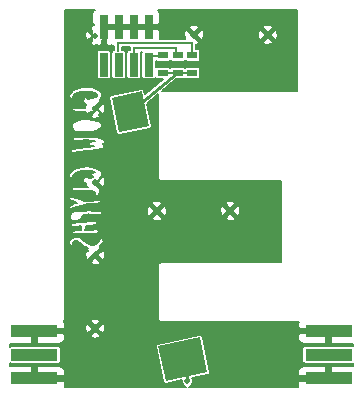
<source format=gbl>
G04 #@! TF.FileFunction,Copper,L2,Bot,Signal*
%FSLAX46Y46*%
G04 Gerber Fmt 4.6, Leading zero omitted, Abs format (unit mm)*
G04 Created by KiCad (PCBNEW 4.0.0-rc2-stable) date 3/3/2016 3:43:48 PM*
%MOMM*%
G01*
G04 APERTURE LIST*
%ADD10C,0.150000*%
%ADD11C,0.500000*%
%ADD12R,4.000000X1.000000*%
%ADD13C,0.600000*%
%ADD14R,0.760000X2.000000*%
%ADD15R,0.740000X2.000000*%
%ADD16R,0.900000X0.600000*%
%ADD17R,0.900000X0.200000*%
%ADD18R,3.800000X0.200000*%
%ADD19R,6.500000X0.200000*%
%ADD20R,0.200000X0.400000*%
%ADD21R,0.200000X0.800000*%
%ADD22R,2.000000X0.200000*%
%ADD23C,0.254000*%
%ADD24C,0.152400*%
G04 APERTURE END LIST*
D10*
D11*
X68784830Y-21097104D03*
X62543273Y-21097104D03*
X54169264Y-21165826D03*
X54169264Y-27365937D03*
X54169264Y-33566050D03*
X54169264Y-39766164D03*
X54169264Y-45966270D03*
X59386046Y-36010907D03*
X65602840Y-36010907D03*
D12*
X73919334Y-50192207D03*
X73919334Y-48192207D03*
X73919334Y-46192207D03*
D13*
X72919334Y-50192207D03*
X72919334Y-48192207D03*
X72919334Y-46192207D03*
D12*
X49020840Y-46192207D03*
X49020840Y-48192207D03*
X49020840Y-50192207D03*
D13*
X50020840Y-46192207D03*
X50020840Y-48192207D03*
X50020840Y-50192207D03*
D10*
G36*
X58090415Y-25889190D02*
X58714150Y-28823633D01*
X56170967Y-29364204D01*
X55547232Y-26429761D01*
X58090415Y-25889190D01*
X58090415Y-25889190D01*
G37*
G36*
X63028799Y-46717594D02*
X63652534Y-49652036D01*
X60131203Y-50400518D01*
X59507468Y-47466076D01*
X63028799Y-46717594D01*
X63028799Y-46717594D01*
G37*
D11*
X61975033Y-50417536D03*
D14*
X58693628Y-20430437D03*
X57423628Y-20430437D03*
X56153628Y-20430437D03*
X54883628Y-20430437D03*
X58693628Y-23630437D03*
X57423628Y-23630437D03*
X56153628Y-23630437D03*
D15*
X54883628Y-23630437D03*
D16*
X59888628Y-24330437D03*
X59888628Y-22830437D03*
X61138628Y-22830437D03*
X61138628Y-24330437D03*
X62388628Y-24330437D03*
X62388628Y-22830437D03*
D17*
X59238628Y-22880437D03*
D18*
X59238628Y-22230437D03*
D19*
X59238628Y-21780437D03*
D20*
X61038628Y-22430437D03*
X57438628Y-22430437D03*
D21*
X56088628Y-22230437D03*
X62388628Y-22230437D03*
D22*
X61088628Y-24330437D03*
D23*
X61580000Y-48560000D02*
X61980000Y-50420000D01*
X61580000Y-48560000D02*
X61980000Y-50420000D01*
X61580000Y-48560000D02*
X61980000Y-50420000D01*
X61580000Y-48560000D02*
X61980000Y-50420000D01*
X61580000Y-48560000D02*
X61980000Y-50420000D01*
X61580000Y-48560000D02*
X61980000Y-50420000D01*
X61580000Y-48560000D02*
X61980000Y-50420000D01*
X61580000Y-48560000D02*
X61980000Y-50420000D01*
X61580000Y-48560000D02*
X61980000Y-50420000D01*
X57130000Y-27630000D02*
X61090000Y-24330000D01*
X57130000Y-27630000D02*
X61090000Y-24330000D01*
X57130000Y-27630000D02*
X61090000Y-24330000D01*
X57130000Y-27630000D02*
X61090000Y-24330000D01*
X57130000Y-27630000D02*
X61090000Y-24330000D01*
X57130000Y-27630000D02*
X61090000Y-24330000D01*
X57130000Y-27630000D02*
X61090000Y-24330000D01*
X57130000Y-27630000D02*
X61090000Y-24330000D01*
X57130000Y-27630000D02*
X61090000Y-24330000D01*
D24*
G36*
X54008367Y-19099515D02*
X53919428Y-19314233D01*
X53919428Y-20106587D01*
X54065476Y-20252635D01*
X53919428Y-20252635D01*
X53919428Y-20353861D01*
X53914193Y-20354430D01*
X53775883Y-20411720D01*
X53767405Y-20587190D01*
X53926965Y-20746750D01*
X53919428Y-20754287D01*
X53919428Y-21092767D01*
X53590628Y-20763967D01*
X53415158Y-20772445D01*
X53322020Y-21090973D01*
X53357868Y-21420897D01*
X53415158Y-21559207D01*
X53590628Y-21567685D01*
X53919428Y-21238885D01*
X53919428Y-21546641D01*
X53932842Y-21579025D01*
X53767405Y-21744462D01*
X53775883Y-21919932D01*
X54094411Y-22013070D01*
X54323536Y-21988174D01*
X54387423Y-22014637D01*
X54559778Y-22014637D01*
X54705828Y-21868587D01*
X54705828Y-21525613D01*
X54747900Y-21567685D01*
X54923370Y-21559207D01*
X55016508Y-21240679D01*
X54980660Y-20910755D01*
X54923370Y-20772445D01*
X54747900Y-20763967D01*
X54705828Y-20806039D01*
X54705828Y-20608237D01*
X54685828Y-20608237D01*
X54685828Y-20518468D01*
X62141414Y-20518468D01*
X62543273Y-20920327D01*
X62945132Y-20518468D01*
X68382971Y-20518468D01*
X68784830Y-20920327D01*
X69186689Y-20518468D01*
X69178211Y-20342998D01*
X68859683Y-20249860D01*
X68529759Y-20285708D01*
X68391449Y-20342998D01*
X68382971Y-20518468D01*
X62945132Y-20518468D01*
X62936654Y-20342998D01*
X62618126Y-20249860D01*
X62288202Y-20285708D01*
X62149892Y-20342998D01*
X62141414Y-20518468D01*
X54685828Y-20518468D01*
X54685828Y-20252637D01*
X54705828Y-20252637D01*
X54705828Y-20232637D01*
X55061428Y-20232637D01*
X55061428Y-20252637D01*
X55975828Y-20252637D01*
X55975828Y-20232637D01*
X56331428Y-20232637D01*
X56331428Y-20252637D01*
X57245828Y-20252637D01*
X57245828Y-20232637D01*
X57601428Y-20232637D01*
X57601428Y-20252637D01*
X58515828Y-20252637D01*
X58515828Y-20232637D01*
X58871428Y-20232637D01*
X58871428Y-20252637D01*
X59511778Y-20252637D01*
X59657828Y-20106587D01*
X59657828Y-19314233D01*
X59568889Y-19099515D01*
X59467975Y-18998600D01*
X71251400Y-18998600D01*
X71251400Y-25861400D01*
X59807785Y-25861400D01*
X61005247Y-24863515D01*
X61588628Y-24863515D01*
X61673342Y-24847575D01*
X61751146Y-24797509D01*
X61763166Y-24779917D01*
X61771556Y-24792955D01*
X61847948Y-24845152D01*
X61938628Y-24863515D01*
X62838628Y-24863515D01*
X62923342Y-24847575D01*
X63001146Y-24797509D01*
X63053343Y-24721117D01*
X63071706Y-24630437D01*
X63071706Y-24030437D01*
X63055766Y-23945723D01*
X63005700Y-23867919D01*
X62929308Y-23815722D01*
X62838628Y-23797359D01*
X61938628Y-23797359D01*
X61853914Y-23813299D01*
X61776110Y-23863365D01*
X61764090Y-23880957D01*
X61755700Y-23867919D01*
X61679308Y-23815722D01*
X61588628Y-23797359D01*
X60688628Y-23797359D01*
X60603914Y-23813299D01*
X60526110Y-23863365D01*
X60514090Y-23880957D01*
X60505700Y-23867919D01*
X60429308Y-23815722D01*
X60338628Y-23797359D01*
X59438628Y-23797359D01*
X59353914Y-23813299D01*
X59306706Y-23843677D01*
X59306706Y-23316972D01*
X59347948Y-23345152D01*
X59438628Y-23363515D01*
X60338628Y-23363515D01*
X60423342Y-23347575D01*
X60501146Y-23297509D01*
X60513166Y-23279917D01*
X60521556Y-23292955D01*
X60597948Y-23345152D01*
X60688628Y-23363515D01*
X61588628Y-23363515D01*
X61673342Y-23347575D01*
X61751146Y-23297509D01*
X61763166Y-23279917D01*
X61771556Y-23292955D01*
X61847948Y-23345152D01*
X61938628Y-23363515D01*
X62838628Y-23363515D01*
X62923342Y-23347575D01*
X63001146Y-23297509D01*
X63053343Y-23221117D01*
X63071706Y-23130437D01*
X63071706Y-22530437D01*
X63055766Y-22445723D01*
X63005700Y-22367919D01*
X62929308Y-22315722D01*
X62838628Y-22297359D01*
X62721706Y-22297359D01*
X62721706Y-21916827D01*
X62798344Y-21908500D01*
X62936654Y-21851210D01*
X62945132Y-21675740D01*
X68382971Y-21675740D01*
X68391449Y-21851210D01*
X68709977Y-21944348D01*
X69039901Y-21908500D01*
X69178211Y-21851210D01*
X69186689Y-21675740D01*
X68784830Y-21273881D01*
X68382971Y-21675740D01*
X62945132Y-21675740D01*
X62543273Y-21273881D01*
X62491796Y-21325359D01*
X62315019Y-21148582D01*
X62366496Y-21097104D01*
X62720050Y-21097104D01*
X63121909Y-21498963D01*
X63297379Y-21490485D01*
X63390517Y-21171957D01*
X63374251Y-21022251D01*
X67937586Y-21022251D01*
X67973434Y-21352175D01*
X68030724Y-21490485D01*
X68206194Y-21498963D01*
X68608053Y-21097104D01*
X68961607Y-21097104D01*
X69363466Y-21498963D01*
X69538936Y-21490485D01*
X69632074Y-21171957D01*
X69596226Y-20842033D01*
X69538936Y-20703723D01*
X69363466Y-20695245D01*
X68961607Y-21097104D01*
X68608053Y-21097104D01*
X68206194Y-20695245D01*
X68030724Y-20703723D01*
X67937586Y-21022251D01*
X63374251Y-21022251D01*
X63354669Y-20842033D01*
X63297379Y-20703723D01*
X63121909Y-20695245D01*
X62720050Y-21097104D01*
X62366496Y-21097104D01*
X61964637Y-20695245D01*
X61789167Y-20703723D01*
X61696029Y-21022251D01*
X61731877Y-21352175D01*
X61771304Y-21447359D01*
X59657828Y-21447359D01*
X59657828Y-20754287D01*
X59511778Y-20608237D01*
X58871428Y-20608237D01*
X58871428Y-20628237D01*
X58515828Y-20628237D01*
X58515828Y-20608237D01*
X57601428Y-20608237D01*
X57601428Y-20628237D01*
X57245828Y-20628237D01*
X57245828Y-20608237D01*
X56331428Y-20608237D01*
X56331428Y-20628237D01*
X55975828Y-20628237D01*
X55975828Y-20608237D01*
X55061428Y-20608237D01*
X55061428Y-21868587D01*
X55207478Y-22014637D01*
X55379833Y-22014637D01*
X55518628Y-21957146D01*
X55657423Y-22014637D01*
X55755550Y-22014637D01*
X55755550Y-22400761D01*
X55688914Y-22413299D01*
X55611110Y-22463365D01*
X55558913Y-22539757D01*
X55540550Y-22630437D01*
X55540550Y-24630437D01*
X55556490Y-24715151D01*
X55606556Y-24792955D01*
X55682948Y-24845152D01*
X55773628Y-24863515D01*
X56533628Y-24863515D01*
X56618342Y-24847575D01*
X56696146Y-24797509D01*
X56748343Y-24721117D01*
X56766706Y-24630437D01*
X56766706Y-22630437D01*
X56750766Y-22545723D01*
X56700700Y-22467919D01*
X56624308Y-22415722D01*
X56533628Y-22397359D01*
X56421706Y-22397359D01*
X56421706Y-22113515D01*
X57108977Y-22113515D01*
X57105550Y-22130437D01*
X57105550Y-22397359D01*
X57043628Y-22397359D01*
X56958914Y-22413299D01*
X56881110Y-22463365D01*
X56828913Y-22539757D01*
X56810550Y-22630437D01*
X56810550Y-24630437D01*
X56826490Y-24715151D01*
X56876556Y-24792955D01*
X56952948Y-24845152D01*
X57043628Y-24863515D01*
X57803628Y-24863515D01*
X57888342Y-24847575D01*
X57966146Y-24797509D01*
X58018343Y-24721117D01*
X58036706Y-24630437D01*
X58036706Y-22630437D01*
X58024114Y-22563515D01*
X58094102Y-22563515D01*
X58080550Y-22630437D01*
X58080550Y-24630437D01*
X58096490Y-24715151D01*
X58146556Y-24792955D01*
X58222948Y-24845152D01*
X58313628Y-24863515D01*
X59073628Y-24863515D01*
X59158342Y-24847575D01*
X59236146Y-24797509D01*
X59255891Y-24768611D01*
X59271556Y-24792955D01*
X59347948Y-24845152D01*
X59438628Y-24863515D01*
X59894317Y-24863515D01*
X58379081Y-26126212D01*
X58318400Y-25840730D01*
X58285195Y-25761182D01*
X58220047Y-25695487D01*
X58134472Y-25660314D01*
X58041955Y-25661205D01*
X55498772Y-26201776D01*
X55419224Y-26234981D01*
X55353529Y-26300129D01*
X55318356Y-26385704D01*
X55319247Y-26478221D01*
X55942982Y-29412664D01*
X55976187Y-29492212D01*
X56041335Y-29557907D01*
X56126910Y-29593080D01*
X56219427Y-29592189D01*
X58762610Y-29051618D01*
X58842158Y-29018413D01*
X58907853Y-28953265D01*
X58943026Y-28867690D01*
X58942135Y-28775173D01*
X58546250Y-26912679D01*
X59494964Y-26122084D01*
X59491400Y-26140000D01*
X59491400Y-33220000D01*
X59512607Y-33326616D01*
X59573000Y-33417000D01*
X59663384Y-33477393D01*
X59770000Y-33498600D01*
X69911400Y-33498600D01*
X69911400Y-40361400D01*
X59770000Y-40361400D01*
X59663384Y-40382607D01*
X59573000Y-40443000D01*
X59512607Y-40533384D01*
X59491400Y-40640000D01*
X59491400Y-45150000D01*
X59512607Y-45256616D01*
X59573000Y-45347000D01*
X59663384Y-45407393D01*
X59770000Y-45428600D01*
X71396190Y-45428600D01*
X71335134Y-45576002D01*
X71335134Y-45868357D01*
X71481184Y-46014407D01*
X72051414Y-46014407D01*
X72019922Y-46130540D01*
X72050716Y-46370007D01*
X71481184Y-46370007D01*
X71335134Y-46516057D01*
X71335134Y-46808412D01*
X71424073Y-47023130D01*
X71588412Y-47187468D01*
X71803130Y-47276407D01*
X73595484Y-47276407D01*
X73741534Y-47130357D01*
X73741534Y-46538605D01*
X73818746Y-46253874D01*
X73785380Y-45994407D01*
X74097134Y-45994407D01*
X74097134Y-46014407D01*
X74117134Y-46014407D01*
X74117134Y-46370007D01*
X74097134Y-46370007D01*
X74097134Y-47130357D01*
X74243184Y-47276407D01*
X75951400Y-47276407D01*
X75951400Y-47465622D01*
X75919334Y-47459129D01*
X71919334Y-47459129D01*
X71834620Y-47475069D01*
X71756816Y-47525135D01*
X71704619Y-47601527D01*
X71686256Y-47692207D01*
X71686256Y-48692207D01*
X71702196Y-48776921D01*
X71752262Y-48854725D01*
X71828654Y-48906922D01*
X71919334Y-48925285D01*
X75919334Y-48925285D01*
X75951400Y-48919251D01*
X75951400Y-49108007D01*
X74243184Y-49108007D01*
X74097134Y-49254057D01*
X74097134Y-50014407D01*
X74117134Y-50014407D01*
X74117134Y-50370007D01*
X74097134Y-50370007D01*
X74097134Y-50390007D01*
X73781830Y-50390007D01*
X73818746Y-50253874D01*
X73773881Y-49904990D01*
X73741534Y-49826897D01*
X73741534Y-49254057D01*
X73595484Y-49108007D01*
X71803130Y-49108007D01*
X71588412Y-49196946D01*
X71424073Y-49361284D01*
X71335134Y-49576002D01*
X71335134Y-49868357D01*
X71481184Y-50014407D01*
X72051414Y-50014407D01*
X72019922Y-50130540D01*
X72050716Y-50370007D01*
X71481184Y-50370007D01*
X71335134Y-50516057D01*
X71335134Y-50808412D01*
X71361224Y-50871400D01*
X62129881Y-50871400D01*
X62245784Y-50823510D01*
X62380533Y-50688995D01*
X62453549Y-50513153D01*
X62453716Y-50322754D01*
X62386252Y-50159478D01*
X63700994Y-49880021D01*
X63780542Y-49846816D01*
X63846237Y-49781668D01*
X63881410Y-49696093D01*
X63880519Y-49603576D01*
X63256784Y-46669134D01*
X63223579Y-46589586D01*
X63158431Y-46523891D01*
X63072856Y-46488718D01*
X62980339Y-46489609D01*
X59459008Y-47238091D01*
X59379460Y-47271296D01*
X59313765Y-47336444D01*
X59278592Y-47422019D01*
X59279483Y-47514536D01*
X59903218Y-50448978D01*
X59936423Y-50528526D01*
X60001571Y-50594221D01*
X60087146Y-50629394D01*
X60179663Y-50628503D01*
X61496494Y-50348602D01*
X61496350Y-50512318D01*
X61569059Y-50688287D01*
X61703574Y-50823036D01*
X61820047Y-50871400D01*
X59770000Y-50871400D01*
X59719726Y-50881400D01*
X51574807Y-50881400D01*
X51605040Y-50808412D01*
X51605040Y-50516057D01*
X51458990Y-50370007D01*
X50888760Y-50370007D01*
X50920252Y-50253874D01*
X50889458Y-50014407D01*
X51458990Y-50014407D01*
X51605040Y-49868357D01*
X51605040Y-49576002D01*
X51516101Y-49361284D01*
X51351762Y-49196946D01*
X51137044Y-49108007D01*
X49344690Y-49108007D01*
X49198640Y-49254057D01*
X49198640Y-49845809D01*
X49121428Y-50130540D01*
X49154794Y-50390007D01*
X48843040Y-50390007D01*
X48843040Y-50370007D01*
X48823040Y-50370007D01*
X48823040Y-50014407D01*
X48843040Y-50014407D01*
X48843040Y-49254057D01*
X48696990Y-49108007D01*
X46908600Y-49108007D01*
X46908600Y-48892191D01*
X46930160Y-48906922D01*
X47020840Y-48925285D01*
X51020840Y-48925285D01*
X51105554Y-48909345D01*
X51183358Y-48859279D01*
X51235555Y-48782887D01*
X51253918Y-48692207D01*
X51253918Y-47692207D01*
X51237978Y-47607493D01*
X51187912Y-47529689D01*
X51111520Y-47477492D01*
X51020840Y-47459129D01*
X47020840Y-47459129D01*
X46936126Y-47475069D01*
X46908600Y-47492782D01*
X46908600Y-47276407D01*
X48696990Y-47276407D01*
X48843040Y-47130357D01*
X48843040Y-46370007D01*
X48823040Y-46370007D01*
X48823040Y-46014407D01*
X48843040Y-46014407D01*
X48843040Y-45994407D01*
X49158344Y-45994407D01*
X49121428Y-46130540D01*
X49166293Y-46479424D01*
X49198640Y-46557517D01*
X49198640Y-47130357D01*
X49344690Y-47276407D01*
X51137044Y-47276407D01*
X51351762Y-47187468D01*
X51516101Y-47023130D01*
X51605040Y-46808412D01*
X51605040Y-46544906D01*
X53767405Y-46544906D01*
X53775883Y-46720376D01*
X54094411Y-46813514D01*
X54424335Y-46777666D01*
X54562645Y-46720376D01*
X54571123Y-46544906D01*
X54169264Y-46143047D01*
X53767405Y-46544906D01*
X51605040Y-46544906D01*
X51605040Y-46516057D01*
X51458990Y-46370007D01*
X50888760Y-46370007D01*
X50920252Y-46253874D01*
X50889458Y-46014407D01*
X51458990Y-46014407D01*
X51581980Y-45891417D01*
X53322020Y-45891417D01*
X53357868Y-46221341D01*
X53415158Y-46359651D01*
X53590628Y-46368129D01*
X53992487Y-45966270D01*
X54346041Y-45966270D01*
X54747900Y-46368129D01*
X54923370Y-46359651D01*
X55016508Y-46041123D01*
X54980660Y-45711199D01*
X54923370Y-45572889D01*
X54747900Y-45564411D01*
X54346041Y-45966270D01*
X53992487Y-45966270D01*
X53590628Y-45564411D01*
X53415158Y-45572889D01*
X53322020Y-45891417D01*
X51581980Y-45891417D01*
X51605040Y-45868357D01*
X51605040Y-45576002D01*
X51527016Y-45387634D01*
X53767405Y-45387634D01*
X54169264Y-45789493D01*
X54571123Y-45387634D01*
X54562645Y-45212164D01*
X54244117Y-45119026D01*
X53914193Y-45154874D01*
X53775883Y-45212164D01*
X53767405Y-45387634D01*
X51527016Y-45387634D01*
X51516101Y-45361284D01*
X51511904Y-45357087D01*
X51527000Y-45347000D01*
X51587393Y-45256616D01*
X51608600Y-45150000D01*
X51608600Y-40344800D01*
X53767405Y-40344800D01*
X53775883Y-40520270D01*
X54094411Y-40613408D01*
X54424335Y-40577560D01*
X54562645Y-40520270D01*
X54571123Y-40344800D01*
X54169264Y-39942941D01*
X53767405Y-40344800D01*
X51608600Y-40344800D01*
X51608600Y-38730000D01*
X51913800Y-38730000D01*
X51913800Y-38760000D01*
X51919250Y-38788300D01*
X51939250Y-38838300D01*
X51949994Y-38856965D01*
X51972994Y-38876611D01*
X52062994Y-38926611D01*
X52100000Y-38936200D01*
X52170000Y-38936200D01*
X52197695Y-38930989D01*
X52223132Y-38914621D01*
X52240197Y-38889646D01*
X52246200Y-38860000D01*
X52246200Y-38714780D01*
X52303610Y-38635840D01*
X52457300Y-38533381D01*
X52508913Y-38526929D01*
X52610856Y-38542613D01*
X52991452Y-38809030D01*
X53247185Y-39054927D01*
X53270865Y-39070410D01*
X53549134Y-39185556D01*
X53443170Y-39291520D01*
X53519397Y-39367747D01*
X53415158Y-39372783D01*
X53322020Y-39691311D01*
X53357868Y-40021235D01*
X53415158Y-40159545D01*
X53590628Y-40168023D01*
X53992487Y-39766164D01*
X54346041Y-39766164D01*
X54747900Y-40168023D01*
X54923370Y-40159545D01*
X55016508Y-39841017D01*
X54980660Y-39511093D01*
X54923370Y-39372783D01*
X54747900Y-39364305D01*
X54346041Y-39766164D01*
X53992487Y-39766164D01*
X53941010Y-39714687D01*
X54117787Y-39537910D01*
X54169264Y-39589387D01*
X54571123Y-39187528D01*
X54562789Y-39015043D01*
X54578765Y-39005603D01*
X54596787Y-38990810D01*
X54766787Y-38800810D01*
X54774896Y-38789936D01*
X54854896Y-38659936D01*
X54866200Y-38620000D01*
X54866200Y-38480000D01*
X54864720Y-38465056D01*
X54854720Y-38415056D01*
X54848620Y-38396867D01*
X54830323Y-38372781D01*
X54804097Y-38357710D01*
X54744097Y-38337710D01*
X54720000Y-38333800D01*
X54650000Y-38333800D01*
X54608038Y-38346395D01*
X54586598Y-38367732D01*
X54432644Y-38598663D01*
X54201175Y-38793097D01*
X54036409Y-38853800D01*
X53824221Y-38853800D01*
X53665524Y-38836167D01*
X53186037Y-38538885D01*
X52871170Y-38253537D01*
X52833242Y-38234959D01*
X52663242Y-38204959D01*
X52650000Y-38203800D01*
X52440000Y-38203800D01*
X52418104Y-38207014D01*
X52218104Y-38267014D01*
X52186118Y-38286118D01*
X51956118Y-38516118D01*
X51944023Y-38531876D01*
X51934388Y-38560549D01*
X51914388Y-38720549D01*
X51913800Y-38730000D01*
X51608600Y-38730000D01*
X51608600Y-37190000D01*
X52093800Y-37190000D01*
X52093800Y-37220000D01*
X52104662Y-37259209D01*
X52125064Y-37281540D01*
X52152547Y-37294174D01*
X52322547Y-37334174D01*
X52340000Y-37336200D01*
X52720000Y-37336200D01*
X52728903Y-37335678D01*
X52983800Y-37305690D01*
X52983800Y-37467633D01*
X52944826Y-37584556D01*
X52931995Y-37594820D01*
X52697071Y-37603856D01*
X52690144Y-37604440D01*
X52230144Y-37664440D01*
X52212305Y-37669011D01*
X52186868Y-37685379D01*
X52169803Y-37710354D01*
X52163800Y-37740000D01*
X52163800Y-37880000D01*
X52169732Y-37909476D01*
X52186736Y-37934492D01*
X52212132Y-37950921D01*
X52241920Y-37956176D01*
X53431436Y-37926188D01*
X54200528Y-37916200D01*
X54300000Y-37916200D01*
X54312527Y-37915163D01*
X54372527Y-37905163D01*
X54403430Y-37892612D01*
X54424368Y-37870783D01*
X54435163Y-37842527D01*
X54445163Y-37782527D01*
X54446200Y-37770000D01*
X54446200Y-37700000D01*
X54444720Y-37685056D01*
X54434720Y-37635056D01*
X54422612Y-37606570D01*
X54400783Y-37585632D01*
X54372527Y-37574837D01*
X54312527Y-37564837D01*
X54297461Y-37563842D01*
X53697875Y-37583828D01*
X53326556Y-37591900D01*
X53345612Y-37439451D01*
X53346200Y-37430000D01*
X53346200Y-37292959D01*
X53733310Y-37276128D01*
X53740565Y-37275464D01*
X54240565Y-37205464D01*
X54266295Y-37197001D01*
X54289502Y-37177602D01*
X54329502Y-37127602D01*
X54340197Y-37109646D01*
X54346200Y-37080000D01*
X54346200Y-37010000D01*
X54340750Y-36981700D01*
X54320750Y-36931700D01*
X54310789Y-36914053D01*
X54288124Y-36894023D01*
X54259451Y-36884388D01*
X54179451Y-36874388D01*
X54165041Y-36873962D01*
X52785041Y-36963962D01*
X52779761Y-36964491D01*
X52189761Y-37044491D01*
X52172680Y-37048866D01*
X52147157Y-37065099D01*
X52129961Y-37089983D01*
X52099961Y-37159983D01*
X52093800Y-37190000D01*
X51608600Y-37190000D01*
X51608600Y-36491585D01*
X51984266Y-36491585D01*
X51984837Y-36512527D01*
X51994837Y-36572527D01*
X52003104Y-36596489D01*
X52063104Y-36706489D01*
X52091821Y-36735945D01*
X52281821Y-36845945D01*
X52310144Y-36855560D01*
X52540144Y-36885560D01*
X52560776Y-36885434D01*
X52700776Y-36865434D01*
X52716041Y-36861612D01*
X52741850Y-36845839D01*
X53017861Y-36589543D01*
X58984187Y-36589543D01*
X58992665Y-36765013D01*
X59311193Y-36858151D01*
X59641117Y-36822303D01*
X59779427Y-36765013D01*
X59787905Y-36589543D01*
X65200981Y-36589543D01*
X65209459Y-36765013D01*
X65527987Y-36858151D01*
X65857911Y-36822303D01*
X65996221Y-36765013D01*
X66004699Y-36589543D01*
X65602840Y-36187684D01*
X65200981Y-36589543D01*
X59787905Y-36589543D01*
X59386046Y-36187684D01*
X58984187Y-36589543D01*
X53017861Y-36589543D01*
X53021850Y-36585839D01*
X53037002Y-36566293D01*
X53147187Y-36362875D01*
X53505699Y-36335987D01*
X53534078Y-36328155D01*
X53589402Y-36300493D01*
X53732547Y-36334174D01*
X53750000Y-36336200D01*
X54580000Y-36336200D01*
X54592527Y-36335163D01*
X54652527Y-36325163D01*
X54683430Y-36312612D01*
X54704368Y-36290783D01*
X54715163Y-36262527D01*
X54725163Y-36202527D01*
X54726200Y-36190000D01*
X54726200Y-36090000D01*
X54722453Y-36066400D01*
X54707563Y-36040071D01*
X54683602Y-36021609D01*
X54654347Y-36013924D01*
X53956385Y-35974040D01*
X53688415Y-35944266D01*
X53649983Y-35949961D01*
X53626327Y-35960099D01*
X53624556Y-35958184D01*
X53596996Y-35945720D01*
X53566758Y-35944959D01*
X53403326Y-35973800D01*
X52840000Y-35973800D01*
X52825056Y-35975280D01*
X52775056Y-35985280D01*
X52736868Y-36005379D01*
X52730088Y-36015302D01*
X52716558Y-35999677D01*
X52689421Y-35986316D01*
X52659224Y-35984566D01*
X52379224Y-36024566D01*
X52348924Y-36035819D01*
X52098924Y-36195819D01*
X52070949Y-36227776D01*
X52000949Y-36377776D01*
X51994266Y-36401585D01*
X51989412Y-36445268D01*
X51984266Y-36491585D01*
X51608600Y-36491585D01*
X51608600Y-35936054D01*
X58538802Y-35936054D01*
X58574650Y-36265978D01*
X58631940Y-36404288D01*
X58807410Y-36412766D01*
X59209269Y-36010907D01*
X59562823Y-36010907D01*
X59964682Y-36412766D01*
X60140152Y-36404288D01*
X60233290Y-36085760D01*
X60217024Y-35936054D01*
X64755596Y-35936054D01*
X64791444Y-36265978D01*
X64848734Y-36404288D01*
X65024204Y-36412766D01*
X65426063Y-36010907D01*
X65779617Y-36010907D01*
X66181476Y-36412766D01*
X66356946Y-36404288D01*
X66450084Y-36085760D01*
X66414236Y-35755836D01*
X66356946Y-35617526D01*
X66181476Y-35609048D01*
X65779617Y-36010907D01*
X65426063Y-36010907D01*
X65024204Y-35609048D01*
X64848734Y-35617526D01*
X64755596Y-35936054D01*
X60217024Y-35936054D01*
X60197442Y-35755836D01*
X60140152Y-35617526D01*
X59964682Y-35609048D01*
X59562823Y-36010907D01*
X59209269Y-36010907D01*
X58807410Y-35609048D01*
X58631940Y-35617526D01*
X58538802Y-35936054D01*
X51608600Y-35936054D01*
X51608600Y-35678545D01*
X51913814Y-35678545D01*
X51919250Y-35708300D01*
X51939250Y-35758300D01*
X51946395Y-35771962D01*
X51967732Y-35793402D01*
X52057732Y-35853402D01*
X52099398Y-35866198D01*
X52129090Y-35860429D01*
X52585694Y-35671832D01*
X53262955Y-35465709D01*
X53482684Y-35456155D01*
X54202116Y-35436171D01*
X54211884Y-35435268D01*
X54230865Y-35432271D01*
X58984187Y-35432271D01*
X59386046Y-35834130D01*
X59787905Y-35432271D01*
X65200981Y-35432271D01*
X65602840Y-35834130D01*
X66004699Y-35432271D01*
X65996221Y-35256801D01*
X65677693Y-35163663D01*
X65347769Y-35199511D01*
X65209459Y-35256801D01*
X65200981Y-35432271D01*
X59787905Y-35432271D01*
X59779427Y-35256801D01*
X59460899Y-35163663D01*
X59130975Y-35199511D01*
X58992665Y-35256801D01*
X58984187Y-35432271D01*
X54230865Y-35432271D01*
X54591884Y-35375268D01*
X54607695Y-35370989D01*
X54633132Y-35354621D01*
X54650197Y-35329646D01*
X54656200Y-35300000D01*
X54656200Y-35200000D01*
X54646160Y-35162194D01*
X54606160Y-35092194D01*
X54589366Y-35071953D01*
X54562893Y-35057320D01*
X54532813Y-35054140D01*
X53584603Y-35143970D01*
X53200047Y-35162283D01*
X53173882Y-35136118D01*
X53143274Y-35117441D01*
X52613274Y-34947441D01*
X52609540Y-34946348D01*
X52119540Y-34816348D01*
X52100000Y-34813800D01*
X52030000Y-34813800D01*
X52002305Y-34819011D01*
X51976868Y-34835379D01*
X51959803Y-34860354D01*
X51953800Y-34890000D01*
X51953800Y-34960000D01*
X51964659Y-34999205D01*
X51994659Y-35049205D01*
X52006404Y-35064166D01*
X52031700Y-35080750D01*
X52431700Y-35240750D01*
X52439606Y-35243420D01*
X52623734Y-35294567D01*
X52432382Y-35368981D01*
X52428593Y-35370574D01*
X52008593Y-35560574D01*
X51986118Y-35576118D01*
X51936118Y-35626118D01*
X51920383Y-35649019D01*
X51913814Y-35678545D01*
X51608600Y-35678545D01*
X51608600Y-33075247D01*
X51953948Y-33075247D01*
X51959250Y-33108300D01*
X51979250Y-33158300D01*
X51987656Y-33173814D01*
X52009614Y-33194617D01*
X52089614Y-33244617D01*
X52116259Y-33254951D01*
X52146502Y-33254392D01*
X52174144Y-33242111D01*
X52194831Y-33220043D01*
X52396574Y-32893412D01*
X52574229Y-32769053D01*
X53053130Y-32615805D01*
X53341279Y-32606200D01*
X53475889Y-32606200D01*
X53835616Y-32645089D01*
X54141237Y-32729984D01*
X53914193Y-32754654D01*
X53775883Y-32811944D01*
X53767405Y-32987414D01*
X53948339Y-33168348D01*
X53845731Y-33204261D01*
X53638113Y-33211676D01*
X53590628Y-33164191D01*
X53496503Y-33168739D01*
X53423882Y-33096118D01*
X53399646Y-33079803D01*
X53370000Y-33073800D01*
X53340000Y-33073800D01*
X53311700Y-33079250D01*
X53261700Y-33099250D01*
X53246186Y-33107656D01*
X53225383Y-33129614D01*
X53175383Y-33209614D01*
X53163800Y-33250000D01*
X53163800Y-33510000D01*
X53165492Y-33525968D01*
X53177575Y-33553698D01*
X53247575Y-33653698D01*
X53259677Y-33667219D01*
X53285903Y-33682290D01*
X53344921Y-33701963D01*
X53357868Y-33821121D01*
X53415158Y-33959431D01*
X53519397Y-33964467D01*
X53493478Y-33990386D01*
X53171555Y-33983816D01*
X53170000Y-33983800D01*
X52340000Y-33983800D01*
X52315903Y-33987710D01*
X52255903Y-34007710D01*
X52238612Y-34016020D01*
X52216981Y-34037163D01*
X52205280Y-34065056D01*
X52195280Y-34115056D01*
X52193800Y-34130000D01*
X52193800Y-34170000D01*
X52199250Y-34198300D01*
X52219250Y-34248300D01*
X52227832Y-34264063D01*
X52249873Y-34284778D01*
X52278236Y-34295287D01*
X52598236Y-34345287D01*
X52610000Y-34346200D01*
X53864952Y-34346200D01*
X54094411Y-34413294D01*
X54153599Y-34406863D01*
X54124388Y-34640549D01*
X54124784Y-34662205D01*
X54135458Y-34690506D01*
X54156302Y-34712425D01*
X54256302Y-34782425D01*
X54278937Y-34793231D01*
X54309087Y-34795656D01*
X54337806Y-34786160D01*
X54407806Y-34746160D01*
X54436768Y-34716722D01*
X54546768Y-34516722D01*
X54553041Y-34501713D01*
X54555734Y-34471585D01*
X54539953Y-34329555D01*
X54562645Y-34320156D01*
X54571123Y-34144686D01*
X54169264Y-33742827D01*
X54117787Y-33794305D01*
X53941010Y-33617528D01*
X53986996Y-33571541D01*
X54021039Y-33566050D01*
X54346041Y-33566050D01*
X54747900Y-33967909D01*
X54923370Y-33959431D01*
X55016508Y-33640903D01*
X54980660Y-33310979D01*
X54923370Y-33172669D01*
X54747900Y-33164191D01*
X54346041Y-33566050D01*
X54021039Y-33566050D01*
X54212134Y-33535228D01*
X54232761Y-33528798D01*
X54442761Y-33428798D01*
X54470708Y-33406054D01*
X54690708Y-33116054D01*
X54705822Y-33077582D01*
X54725822Y-32877582D01*
X54725887Y-32863101D01*
X54715887Y-32753101D01*
X54699808Y-32712783D01*
X54549808Y-32522783D01*
X54524078Y-32501845D01*
X54244078Y-32361845D01*
X54228885Y-32356177D01*
X53798885Y-32246177D01*
X53788415Y-32244266D01*
X53518415Y-32214266D01*
X53510000Y-32213800D01*
X53480000Y-32213800D01*
X53471348Y-32214293D01*
X53121348Y-32254293D01*
X53112165Y-32255917D01*
X52572165Y-32385917D01*
X52555191Y-32392215D01*
X52185191Y-32582215D01*
X52156598Y-32607732D01*
X51976598Y-32877732D01*
X51963948Y-32915247D01*
X51953948Y-33075247D01*
X51608600Y-33075247D01*
X51608600Y-30860000D01*
X52053800Y-30860000D01*
X52053800Y-30930000D01*
X52059250Y-30958300D01*
X52079250Y-31008300D01*
X52107163Y-31043019D01*
X52135056Y-31054720D01*
X52185056Y-31064720D01*
X52206843Y-31065892D01*
X53426843Y-30955892D01*
X53430483Y-30955476D01*
X54510483Y-30805476D01*
X54517953Y-30804055D01*
X54847953Y-30724055D01*
X54883882Y-30703882D01*
X54913882Y-30673882D01*
X54923761Y-30661725D01*
X54934971Y-30633631D01*
X54954002Y-30528962D01*
X54962290Y-30504097D01*
X54966049Y-30475206D01*
X54958192Y-30445996D01*
X54939590Y-30422145D01*
X54819205Y-30318958D01*
X54910017Y-30280039D01*
X54940910Y-30255786D01*
X54953925Y-30228481D01*
X54963925Y-30188481D01*
X54966200Y-30170000D01*
X54966200Y-30100000D01*
X54964720Y-30085056D01*
X54954720Y-30035056D01*
X54942897Y-30006984D01*
X54921206Y-29985902D01*
X54781206Y-29895902D01*
X54755858Y-29885468D01*
X54285858Y-29785468D01*
X54275844Y-29784024D01*
X53755844Y-29744024D01*
X53750000Y-29743800D01*
X52610000Y-29743800D01*
X52601097Y-29744322D01*
X52261097Y-29784322D01*
X52242305Y-29789011D01*
X52216868Y-29805379D01*
X52199803Y-29830354D01*
X52193800Y-29860000D01*
X52193800Y-29960000D01*
X52196608Y-29980494D01*
X52210363Y-30007433D01*
X52233516Y-30026898D01*
X52262418Y-30035822D01*
X52350755Y-30044656D01*
X52409983Y-30070039D01*
X52444227Y-30076083D01*
X52983170Y-30046142D01*
X53341072Y-30036200D01*
X53408223Y-30036200D01*
X53833904Y-30055999D01*
X54146991Y-30091780D01*
X54122601Y-30094160D01*
X54114730Y-30095346D01*
X53674730Y-30185346D01*
X53653705Y-30192999D01*
X53630498Y-30212398D01*
X53590498Y-30262398D01*
X53579803Y-30280354D01*
X53573800Y-30310000D01*
X53573800Y-30340000D01*
X53579250Y-30368300D01*
X53599250Y-30418300D01*
X53615636Y-30443394D01*
X53640692Y-30460338D01*
X53760692Y-30510338D01*
X53790000Y-30516200D01*
X53830000Y-30516200D01*
X53864078Y-30508155D01*
X53902712Y-30488838D01*
X54095403Y-30516764D01*
X53453223Y-30574102D01*
X53450776Y-30574360D01*
X52220776Y-30724360D01*
X52190795Y-30734659D01*
X52090795Y-30794659D01*
X52076868Y-30805379D01*
X52059803Y-30830354D01*
X52053800Y-30860000D01*
X51608600Y-30860000D01*
X51608600Y-28680000D01*
X52193800Y-28680000D01*
X52193800Y-28920000D01*
X52197269Y-28942729D01*
X52247269Y-29102729D01*
X52272055Y-29139226D01*
X52482055Y-29309226D01*
X52519929Y-29325532D01*
X52669929Y-29345532D01*
X52680000Y-29346200D01*
X53240000Y-29346200D01*
X53242720Y-29346151D01*
X53522720Y-29336151D01*
X53528061Y-29335772D01*
X53998061Y-29285772D01*
X54010934Y-29283268D01*
X54360934Y-29183268D01*
X54382268Y-29173402D01*
X54622268Y-29013402D01*
X54642425Y-28993698D01*
X54712425Y-28893698D01*
X54720197Y-28879646D01*
X54726200Y-28850000D01*
X54726200Y-28750000D01*
X54725612Y-28740549D01*
X54715612Y-28660549D01*
X54698170Y-28620779D01*
X54588170Y-28490779D01*
X54567006Y-28473389D01*
X54477006Y-28423389D01*
X54442105Y-28413829D01*
X54412305Y-28419011D01*
X54396056Y-28429467D01*
X54385876Y-28391702D01*
X54365786Y-28369090D01*
X54338481Y-28356075D01*
X54018481Y-28276075D01*
X54007735Y-28274194D01*
X53517735Y-28224194D01*
X53506760Y-28223869D01*
X53036760Y-28243869D01*
X53020460Y-28246348D01*
X52530460Y-28376348D01*
X52507732Y-28386598D01*
X52297732Y-28526598D01*
X52279851Y-28543218D01*
X52209851Y-28633218D01*
X52199803Y-28650354D01*
X52193800Y-28680000D01*
X51608600Y-28680000D01*
X51608600Y-26365247D01*
X51953948Y-26365247D01*
X51959250Y-26398300D01*
X51979250Y-26448300D01*
X51987656Y-26463814D01*
X52009614Y-26484617D01*
X52089614Y-26534617D01*
X52116259Y-26544951D01*
X52146502Y-26544392D01*
X52174144Y-26532111D01*
X52194831Y-26510043D01*
X52397255Y-26182309D01*
X52574878Y-26049091D01*
X53052421Y-25905829D01*
X53341279Y-25896200D01*
X53475889Y-25896200D01*
X53835616Y-25935089D01*
X54179233Y-26030539D01*
X54284226Y-26095149D01*
X54293800Y-26111107D01*
X54293800Y-26272087D01*
X54215832Y-26364231D01*
X53846604Y-26484230D01*
X53578652Y-26493800D01*
X53539923Y-26493800D01*
X53421850Y-26384161D01*
X53399646Y-26369803D01*
X53370000Y-26363800D01*
X53340000Y-26363800D01*
X53325056Y-26365280D01*
X53275056Y-26375280D01*
X53243035Y-26389994D01*
X53223389Y-26412994D01*
X53173389Y-26502994D01*
X53163800Y-26540000D01*
X53163800Y-26790000D01*
X53175713Y-26830910D01*
X53245713Y-26940910D01*
X53259677Y-26957219D01*
X53285903Y-26972290D01*
X53345903Y-26992290D01*
X53364073Y-26995969D01*
X53394097Y-26992290D01*
X53411039Y-26986643D01*
X53326147Y-27276971D01*
X53171555Y-27273816D01*
X53170000Y-27273800D01*
X52340000Y-27273800D01*
X52315903Y-27277710D01*
X52255903Y-27297710D01*
X52238612Y-27306020D01*
X52216981Y-27327163D01*
X52205280Y-27355056D01*
X52195280Y-27405056D01*
X52193800Y-27420000D01*
X52193800Y-27450000D01*
X52199250Y-27478300D01*
X52219250Y-27528300D01*
X52227832Y-27544063D01*
X52249873Y-27564778D01*
X52278236Y-27575287D01*
X52598236Y-27625287D01*
X52607280Y-27626151D01*
X52887280Y-27636151D01*
X52890000Y-27636200D01*
X53364161Y-27636200D01*
X53415158Y-27759318D01*
X53590628Y-27767796D01*
X53722224Y-27636200D01*
X53886645Y-27636200D01*
X54060443Y-27651535D01*
X53767405Y-27944573D01*
X53775883Y-28120043D01*
X54094411Y-28213181D01*
X54424335Y-28177333D01*
X54562645Y-28120043D01*
X54571123Y-27944573D01*
X54502947Y-27876397D01*
X54546768Y-27796722D01*
X54553180Y-27781241D01*
X54555678Y-27751097D01*
X54535678Y-27581097D01*
X54530599Y-27561327D01*
X54513882Y-27536118D01*
X54343701Y-27365937D01*
X54346041Y-27365937D01*
X54747900Y-27767796D01*
X54923370Y-27759318D01*
X55016508Y-27440790D01*
X54980660Y-27110866D01*
X54923370Y-26972556D01*
X54747900Y-26964078D01*
X54346041Y-27365937D01*
X54343701Y-27365937D01*
X54323882Y-27346118D01*
X54303717Y-27331665D01*
X54274475Y-27323931D01*
X54104718Y-27313945D01*
X53951940Y-27303529D01*
X54117787Y-27137683D01*
X54169264Y-27189160D01*
X54571123Y-26787301D01*
X54562645Y-26611831D01*
X54539693Y-26605120D01*
X54690708Y-26406054D01*
X54705822Y-26367582D01*
X54725822Y-26167582D01*
X54725887Y-26153101D01*
X54715887Y-26043101D01*
X54699808Y-26002783D01*
X54549808Y-25812783D01*
X54525983Y-25792831D01*
X54245983Y-25642831D01*
X54227260Y-25635781D01*
X53797260Y-25535781D01*
X53791167Y-25534623D01*
X53521167Y-25494623D01*
X53510000Y-25493800D01*
X53480000Y-25493800D01*
X53471348Y-25494293D01*
X53121348Y-25534293D01*
X53112165Y-25535917D01*
X52572165Y-25665917D01*
X52553766Y-25672966D01*
X52183766Y-25872966D01*
X52156598Y-25897732D01*
X51976598Y-26167732D01*
X51963948Y-26205247D01*
X51953948Y-26365247D01*
X51608600Y-26365247D01*
X51608600Y-22630437D01*
X54280550Y-22630437D01*
X54280550Y-24630437D01*
X54296490Y-24715151D01*
X54346556Y-24792955D01*
X54422948Y-24845152D01*
X54513628Y-24863515D01*
X55253628Y-24863515D01*
X55338342Y-24847575D01*
X55416146Y-24797509D01*
X55468343Y-24721117D01*
X55486706Y-24630437D01*
X55486706Y-22630437D01*
X55470766Y-22545723D01*
X55420700Y-22467919D01*
X55344308Y-22415722D01*
X55253628Y-22397359D01*
X54513628Y-22397359D01*
X54428914Y-22413299D01*
X54351110Y-22463365D01*
X54298913Y-22539757D01*
X54280550Y-22630437D01*
X51608600Y-22630437D01*
X51608600Y-18998600D01*
X54109281Y-18998600D01*
X54008367Y-19099515D01*
X54008367Y-19099515D01*
G37*
X54008367Y-19099515D02*
X53919428Y-19314233D01*
X53919428Y-20106587D01*
X54065476Y-20252635D01*
X53919428Y-20252635D01*
X53919428Y-20353861D01*
X53914193Y-20354430D01*
X53775883Y-20411720D01*
X53767405Y-20587190D01*
X53926965Y-20746750D01*
X53919428Y-20754287D01*
X53919428Y-21092767D01*
X53590628Y-20763967D01*
X53415158Y-20772445D01*
X53322020Y-21090973D01*
X53357868Y-21420897D01*
X53415158Y-21559207D01*
X53590628Y-21567685D01*
X53919428Y-21238885D01*
X53919428Y-21546641D01*
X53932842Y-21579025D01*
X53767405Y-21744462D01*
X53775883Y-21919932D01*
X54094411Y-22013070D01*
X54323536Y-21988174D01*
X54387423Y-22014637D01*
X54559778Y-22014637D01*
X54705828Y-21868587D01*
X54705828Y-21525613D01*
X54747900Y-21567685D01*
X54923370Y-21559207D01*
X55016508Y-21240679D01*
X54980660Y-20910755D01*
X54923370Y-20772445D01*
X54747900Y-20763967D01*
X54705828Y-20806039D01*
X54705828Y-20608237D01*
X54685828Y-20608237D01*
X54685828Y-20518468D01*
X62141414Y-20518468D01*
X62543273Y-20920327D01*
X62945132Y-20518468D01*
X68382971Y-20518468D01*
X68784830Y-20920327D01*
X69186689Y-20518468D01*
X69178211Y-20342998D01*
X68859683Y-20249860D01*
X68529759Y-20285708D01*
X68391449Y-20342998D01*
X68382971Y-20518468D01*
X62945132Y-20518468D01*
X62936654Y-20342998D01*
X62618126Y-20249860D01*
X62288202Y-20285708D01*
X62149892Y-20342998D01*
X62141414Y-20518468D01*
X54685828Y-20518468D01*
X54685828Y-20252637D01*
X54705828Y-20252637D01*
X54705828Y-20232637D01*
X55061428Y-20232637D01*
X55061428Y-20252637D01*
X55975828Y-20252637D01*
X55975828Y-20232637D01*
X56331428Y-20232637D01*
X56331428Y-20252637D01*
X57245828Y-20252637D01*
X57245828Y-20232637D01*
X57601428Y-20232637D01*
X57601428Y-20252637D01*
X58515828Y-20252637D01*
X58515828Y-20232637D01*
X58871428Y-20232637D01*
X58871428Y-20252637D01*
X59511778Y-20252637D01*
X59657828Y-20106587D01*
X59657828Y-19314233D01*
X59568889Y-19099515D01*
X59467975Y-18998600D01*
X71251400Y-18998600D01*
X71251400Y-25861400D01*
X59807785Y-25861400D01*
X61005247Y-24863515D01*
X61588628Y-24863515D01*
X61673342Y-24847575D01*
X61751146Y-24797509D01*
X61763166Y-24779917D01*
X61771556Y-24792955D01*
X61847948Y-24845152D01*
X61938628Y-24863515D01*
X62838628Y-24863515D01*
X62923342Y-24847575D01*
X63001146Y-24797509D01*
X63053343Y-24721117D01*
X63071706Y-24630437D01*
X63071706Y-24030437D01*
X63055766Y-23945723D01*
X63005700Y-23867919D01*
X62929308Y-23815722D01*
X62838628Y-23797359D01*
X61938628Y-23797359D01*
X61853914Y-23813299D01*
X61776110Y-23863365D01*
X61764090Y-23880957D01*
X61755700Y-23867919D01*
X61679308Y-23815722D01*
X61588628Y-23797359D01*
X60688628Y-23797359D01*
X60603914Y-23813299D01*
X60526110Y-23863365D01*
X60514090Y-23880957D01*
X60505700Y-23867919D01*
X60429308Y-23815722D01*
X60338628Y-23797359D01*
X59438628Y-23797359D01*
X59353914Y-23813299D01*
X59306706Y-23843677D01*
X59306706Y-23316972D01*
X59347948Y-23345152D01*
X59438628Y-23363515D01*
X60338628Y-23363515D01*
X60423342Y-23347575D01*
X60501146Y-23297509D01*
X60513166Y-23279917D01*
X60521556Y-23292955D01*
X60597948Y-23345152D01*
X60688628Y-23363515D01*
X61588628Y-23363515D01*
X61673342Y-23347575D01*
X61751146Y-23297509D01*
X61763166Y-23279917D01*
X61771556Y-23292955D01*
X61847948Y-23345152D01*
X61938628Y-23363515D01*
X62838628Y-23363515D01*
X62923342Y-23347575D01*
X63001146Y-23297509D01*
X63053343Y-23221117D01*
X63071706Y-23130437D01*
X63071706Y-22530437D01*
X63055766Y-22445723D01*
X63005700Y-22367919D01*
X62929308Y-22315722D01*
X62838628Y-22297359D01*
X62721706Y-22297359D01*
X62721706Y-21916827D01*
X62798344Y-21908500D01*
X62936654Y-21851210D01*
X62945132Y-21675740D01*
X68382971Y-21675740D01*
X68391449Y-21851210D01*
X68709977Y-21944348D01*
X69039901Y-21908500D01*
X69178211Y-21851210D01*
X69186689Y-21675740D01*
X68784830Y-21273881D01*
X68382971Y-21675740D01*
X62945132Y-21675740D01*
X62543273Y-21273881D01*
X62491796Y-21325359D01*
X62315019Y-21148582D01*
X62366496Y-21097104D01*
X62720050Y-21097104D01*
X63121909Y-21498963D01*
X63297379Y-21490485D01*
X63390517Y-21171957D01*
X63374251Y-21022251D01*
X67937586Y-21022251D01*
X67973434Y-21352175D01*
X68030724Y-21490485D01*
X68206194Y-21498963D01*
X68608053Y-21097104D01*
X68961607Y-21097104D01*
X69363466Y-21498963D01*
X69538936Y-21490485D01*
X69632074Y-21171957D01*
X69596226Y-20842033D01*
X69538936Y-20703723D01*
X69363466Y-20695245D01*
X68961607Y-21097104D01*
X68608053Y-21097104D01*
X68206194Y-20695245D01*
X68030724Y-20703723D01*
X67937586Y-21022251D01*
X63374251Y-21022251D01*
X63354669Y-20842033D01*
X63297379Y-20703723D01*
X63121909Y-20695245D01*
X62720050Y-21097104D01*
X62366496Y-21097104D01*
X61964637Y-20695245D01*
X61789167Y-20703723D01*
X61696029Y-21022251D01*
X61731877Y-21352175D01*
X61771304Y-21447359D01*
X59657828Y-21447359D01*
X59657828Y-20754287D01*
X59511778Y-20608237D01*
X58871428Y-20608237D01*
X58871428Y-20628237D01*
X58515828Y-20628237D01*
X58515828Y-20608237D01*
X57601428Y-20608237D01*
X57601428Y-20628237D01*
X57245828Y-20628237D01*
X57245828Y-20608237D01*
X56331428Y-20608237D01*
X56331428Y-20628237D01*
X55975828Y-20628237D01*
X55975828Y-20608237D01*
X55061428Y-20608237D01*
X55061428Y-21868587D01*
X55207478Y-22014637D01*
X55379833Y-22014637D01*
X55518628Y-21957146D01*
X55657423Y-22014637D01*
X55755550Y-22014637D01*
X55755550Y-22400761D01*
X55688914Y-22413299D01*
X55611110Y-22463365D01*
X55558913Y-22539757D01*
X55540550Y-22630437D01*
X55540550Y-24630437D01*
X55556490Y-24715151D01*
X55606556Y-24792955D01*
X55682948Y-24845152D01*
X55773628Y-24863515D01*
X56533628Y-24863515D01*
X56618342Y-24847575D01*
X56696146Y-24797509D01*
X56748343Y-24721117D01*
X56766706Y-24630437D01*
X56766706Y-22630437D01*
X56750766Y-22545723D01*
X56700700Y-22467919D01*
X56624308Y-22415722D01*
X56533628Y-22397359D01*
X56421706Y-22397359D01*
X56421706Y-22113515D01*
X57108977Y-22113515D01*
X57105550Y-22130437D01*
X57105550Y-22397359D01*
X57043628Y-22397359D01*
X56958914Y-22413299D01*
X56881110Y-22463365D01*
X56828913Y-22539757D01*
X56810550Y-22630437D01*
X56810550Y-24630437D01*
X56826490Y-24715151D01*
X56876556Y-24792955D01*
X56952948Y-24845152D01*
X57043628Y-24863515D01*
X57803628Y-24863515D01*
X57888342Y-24847575D01*
X57966146Y-24797509D01*
X58018343Y-24721117D01*
X58036706Y-24630437D01*
X58036706Y-22630437D01*
X58024114Y-22563515D01*
X58094102Y-22563515D01*
X58080550Y-22630437D01*
X58080550Y-24630437D01*
X58096490Y-24715151D01*
X58146556Y-24792955D01*
X58222948Y-24845152D01*
X58313628Y-24863515D01*
X59073628Y-24863515D01*
X59158342Y-24847575D01*
X59236146Y-24797509D01*
X59255891Y-24768611D01*
X59271556Y-24792955D01*
X59347948Y-24845152D01*
X59438628Y-24863515D01*
X59894317Y-24863515D01*
X58379081Y-26126212D01*
X58318400Y-25840730D01*
X58285195Y-25761182D01*
X58220047Y-25695487D01*
X58134472Y-25660314D01*
X58041955Y-25661205D01*
X55498772Y-26201776D01*
X55419224Y-26234981D01*
X55353529Y-26300129D01*
X55318356Y-26385704D01*
X55319247Y-26478221D01*
X55942982Y-29412664D01*
X55976187Y-29492212D01*
X56041335Y-29557907D01*
X56126910Y-29593080D01*
X56219427Y-29592189D01*
X58762610Y-29051618D01*
X58842158Y-29018413D01*
X58907853Y-28953265D01*
X58943026Y-28867690D01*
X58942135Y-28775173D01*
X58546250Y-26912679D01*
X59494964Y-26122084D01*
X59491400Y-26140000D01*
X59491400Y-33220000D01*
X59512607Y-33326616D01*
X59573000Y-33417000D01*
X59663384Y-33477393D01*
X59770000Y-33498600D01*
X69911400Y-33498600D01*
X69911400Y-40361400D01*
X59770000Y-40361400D01*
X59663384Y-40382607D01*
X59573000Y-40443000D01*
X59512607Y-40533384D01*
X59491400Y-40640000D01*
X59491400Y-45150000D01*
X59512607Y-45256616D01*
X59573000Y-45347000D01*
X59663384Y-45407393D01*
X59770000Y-45428600D01*
X71396190Y-45428600D01*
X71335134Y-45576002D01*
X71335134Y-45868357D01*
X71481184Y-46014407D01*
X72051414Y-46014407D01*
X72019922Y-46130540D01*
X72050716Y-46370007D01*
X71481184Y-46370007D01*
X71335134Y-46516057D01*
X71335134Y-46808412D01*
X71424073Y-47023130D01*
X71588412Y-47187468D01*
X71803130Y-47276407D01*
X73595484Y-47276407D01*
X73741534Y-47130357D01*
X73741534Y-46538605D01*
X73818746Y-46253874D01*
X73785380Y-45994407D01*
X74097134Y-45994407D01*
X74097134Y-46014407D01*
X74117134Y-46014407D01*
X74117134Y-46370007D01*
X74097134Y-46370007D01*
X74097134Y-47130357D01*
X74243184Y-47276407D01*
X75951400Y-47276407D01*
X75951400Y-47465622D01*
X75919334Y-47459129D01*
X71919334Y-47459129D01*
X71834620Y-47475069D01*
X71756816Y-47525135D01*
X71704619Y-47601527D01*
X71686256Y-47692207D01*
X71686256Y-48692207D01*
X71702196Y-48776921D01*
X71752262Y-48854725D01*
X71828654Y-48906922D01*
X71919334Y-48925285D01*
X75919334Y-48925285D01*
X75951400Y-48919251D01*
X75951400Y-49108007D01*
X74243184Y-49108007D01*
X74097134Y-49254057D01*
X74097134Y-50014407D01*
X74117134Y-50014407D01*
X74117134Y-50370007D01*
X74097134Y-50370007D01*
X74097134Y-50390007D01*
X73781830Y-50390007D01*
X73818746Y-50253874D01*
X73773881Y-49904990D01*
X73741534Y-49826897D01*
X73741534Y-49254057D01*
X73595484Y-49108007D01*
X71803130Y-49108007D01*
X71588412Y-49196946D01*
X71424073Y-49361284D01*
X71335134Y-49576002D01*
X71335134Y-49868357D01*
X71481184Y-50014407D01*
X72051414Y-50014407D01*
X72019922Y-50130540D01*
X72050716Y-50370007D01*
X71481184Y-50370007D01*
X71335134Y-50516057D01*
X71335134Y-50808412D01*
X71361224Y-50871400D01*
X62129881Y-50871400D01*
X62245784Y-50823510D01*
X62380533Y-50688995D01*
X62453549Y-50513153D01*
X62453716Y-50322754D01*
X62386252Y-50159478D01*
X63700994Y-49880021D01*
X63780542Y-49846816D01*
X63846237Y-49781668D01*
X63881410Y-49696093D01*
X63880519Y-49603576D01*
X63256784Y-46669134D01*
X63223579Y-46589586D01*
X63158431Y-46523891D01*
X63072856Y-46488718D01*
X62980339Y-46489609D01*
X59459008Y-47238091D01*
X59379460Y-47271296D01*
X59313765Y-47336444D01*
X59278592Y-47422019D01*
X59279483Y-47514536D01*
X59903218Y-50448978D01*
X59936423Y-50528526D01*
X60001571Y-50594221D01*
X60087146Y-50629394D01*
X60179663Y-50628503D01*
X61496494Y-50348602D01*
X61496350Y-50512318D01*
X61569059Y-50688287D01*
X61703574Y-50823036D01*
X61820047Y-50871400D01*
X59770000Y-50871400D01*
X59719726Y-50881400D01*
X51574807Y-50881400D01*
X51605040Y-50808412D01*
X51605040Y-50516057D01*
X51458990Y-50370007D01*
X50888760Y-50370007D01*
X50920252Y-50253874D01*
X50889458Y-50014407D01*
X51458990Y-50014407D01*
X51605040Y-49868357D01*
X51605040Y-49576002D01*
X51516101Y-49361284D01*
X51351762Y-49196946D01*
X51137044Y-49108007D01*
X49344690Y-49108007D01*
X49198640Y-49254057D01*
X49198640Y-49845809D01*
X49121428Y-50130540D01*
X49154794Y-50390007D01*
X48843040Y-50390007D01*
X48843040Y-50370007D01*
X48823040Y-50370007D01*
X48823040Y-50014407D01*
X48843040Y-50014407D01*
X48843040Y-49254057D01*
X48696990Y-49108007D01*
X46908600Y-49108007D01*
X46908600Y-48892191D01*
X46930160Y-48906922D01*
X47020840Y-48925285D01*
X51020840Y-48925285D01*
X51105554Y-48909345D01*
X51183358Y-48859279D01*
X51235555Y-48782887D01*
X51253918Y-48692207D01*
X51253918Y-47692207D01*
X51237978Y-47607493D01*
X51187912Y-47529689D01*
X51111520Y-47477492D01*
X51020840Y-47459129D01*
X47020840Y-47459129D01*
X46936126Y-47475069D01*
X46908600Y-47492782D01*
X46908600Y-47276407D01*
X48696990Y-47276407D01*
X48843040Y-47130357D01*
X48843040Y-46370007D01*
X48823040Y-46370007D01*
X48823040Y-46014407D01*
X48843040Y-46014407D01*
X48843040Y-45994407D01*
X49158344Y-45994407D01*
X49121428Y-46130540D01*
X49166293Y-46479424D01*
X49198640Y-46557517D01*
X49198640Y-47130357D01*
X49344690Y-47276407D01*
X51137044Y-47276407D01*
X51351762Y-47187468D01*
X51516101Y-47023130D01*
X51605040Y-46808412D01*
X51605040Y-46544906D01*
X53767405Y-46544906D01*
X53775883Y-46720376D01*
X54094411Y-46813514D01*
X54424335Y-46777666D01*
X54562645Y-46720376D01*
X54571123Y-46544906D01*
X54169264Y-46143047D01*
X53767405Y-46544906D01*
X51605040Y-46544906D01*
X51605040Y-46516057D01*
X51458990Y-46370007D01*
X50888760Y-46370007D01*
X50920252Y-46253874D01*
X50889458Y-46014407D01*
X51458990Y-46014407D01*
X51581980Y-45891417D01*
X53322020Y-45891417D01*
X53357868Y-46221341D01*
X53415158Y-46359651D01*
X53590628Y-46368129D01*
X53992487Y-45966270D01*
X54346041Y-45966270D01*
X54747900Y-46368129D01*
X54923370Y-46359651D01*
X55016508Y-46041123D01*
X54980660Y-45711199D01*
X54923370Y-45572889D01*
X54747900Y-45564411D01*
X54346041Y-45966270D01*
X53992487Y-45966270D01*
X53590628Y-45564411D01*
X53415158Y-45572889D01*
X53322020Y-45891417D01*
X51581980Y-45891417D01*
X51605040Y-45868357D01*
X51605040Y-45576002D01*
X51527016Y-45387634D01*
X53767405Y-45387634D01*
X54169264Y-45789493D01*
X54571123Y-45387634D01*
X54562645Y-45212164D01*
X54244117Y-45119026D01*
X53914193Y-45154874D01*
X53775883Y-45212164D01*
X53767405Y-45387634D01*
X51527016Y-45387634D01*
X51516101Y-45361284D01*
X51511904Y-45357087D01*
X51527000Y-45347000D01*
X51587393Y-45256616D01*
X51608600Y-45150000D01*
X51608600Y-40344800D01*
X53767405Y-40344800D01*
X53775883Y-40520270D01*
X54094411Y-40613408D01*
X54424335Y-40577560D01*
X54562645Y-40520270D01*
X54571123Y-40344800D01*
X54169264Y-39942941D01*
X53767405Y-40344800D01*
X51608600Y-40344800D01*
X51608600Y-38730000D01*
X51913800Y-38730000D01*
X51913800Y-38760000D01*
X51919250Y-38788300D01*
X51939250Y-38838300D01*
X51949994Y-38856965D01*
X51972994Y-38876611D01*
X52062994Y-38926611D01*
X52100000Y-38936200D01*
X52170000Y-38936200D01*
X52197695Y-38930989D01*
X52223132Y-38914621D01*
X52240197Y-38889646D01*
X52246200Y-38860000D01*
X52246200Y-38714780D01*
X52303610Y-38635840D01*
X52457300Y-38533381D01*
X52508913Y-38526929D01*
X52610856Y-38542613D01*
X52991452Y-38809030D01*
X53247185Y-39054927D01*
X53270865Y-39070410D01*
X53549134Y-39185556D01*
X53443170Y-39291520D01*
X53519397Y-39367747D01*
X53415158Y-39372783D01*
X53322020Y-39691311D01*
X53357868Y-40021235D01*
X53415158Y-40159545D01*
X53590628Y-40168023D01*
X53992487Y-39766164D01*
X54346041Y-39766164D01*
X54747900Y-40168023D01*
X54923370Y-40159545D01*
X55016508Y-39841017D01*
X54980660Y-39511093D01*
X54923370Y-39372783D01*
X54747900Y-39364305D01*
X54346041Y-39766164D01*
X53992487Y-39766164D01*
X53941010Y-39714687D01*
X54117787Y-39537910D01*
X54169264Y-39589387D01*
X54571123Y-39187528D01*
X54562789Y-39015043D01*
X54578765Y-39005603D01*
X54596787Y-38990810D01*
X54766787Y-38800810D01*
X54774896Y-38789936D01*
X54854896Y-38659936D01*
X54866200Y-38620000D01*
X54866200Y-38480000D01*
X54864720Y-38465056D01*
X54854720Y-38415056D01*
X54848620Y-38396867D01*
X54830323Y-38372781D01*
X54804097Y-38357710D01*
X54744097Y-38337710D01*
X54720000Y-38333800D01*
X54650000Y-38333800D01*
X54608038Y-38346395D01*
X54586598Y-38367732D01*
X54432644Y-38598663D01*
X54201175Y-38793097D01*
X54036409Y-38853800D01*
X53824221Y-38853800D01*
X53665524Y-38836167D01*
X53186037Y-38538885D01*
X52871170Y-38253537D01*
X52833242Y-38234959D01*
X52663242Y-38204959D01*
X52650000Y-38203800D01*
X52440000Y-38203800D01*
X52418104Y-38207014D01*
X52218104Y-38267014D01*
X52186118Y-38286118D01*
X51956118Y-38516118D01*
X51944023Y-38531876D01*
X51934388Y-38560549D01*
X51914388Y-38720549D01*
X51913800Y-38730000D01*
X51608600Y-38730000D01*
X51608600Y-37190000D01*
X52093800Y-37190000D01*
X52093800Y-37220000D01*
X52104662Y-37259209D01*
X52125064Y-37281540D01*
X52152547Y-37294174D01*
X52322547Y-37334174D01*
X52340000Y-37336200D01*
X52720000Y-37336200D01*
X52728903Y-37335678D01*
X52983800Y-37305690D01*
X52983800Y-37467633D01*
X52944826Y-37584556D01*
X52931995Y-37594820D01*
X52697071Y-37603856D01*
X52690144Y-37604440D01*
X52230144Y-37664440D01*
X52212305Y-37669011D01*
X52186868Y-37685379D01*
X52169803Y-37710354D01*
X52163800Y-37740000D01*
X52163800Y-37880000D01*
X52169732Y-37909476D01*
X52186736Y-37934492D01*
X52212132Y-37950921D01*
X52241920Y-37956176D01*
X53431436Y-37926188D01*
X54200528Y-37916200D01*
X54300000Y-37916200D01*
X54312527Y-37915163D01*
X54372527Y-37905163D01*
X54403430Y-37892612D01*
X54424368Y-37870783D01*
X54435163Y-37842527D01*
X54445163Y-37782527D01*
X54446200Y-37770000D01*
X54446200Y-37700000D01*
X54444720Y-37685056D01*
X54434720Y-37635056D01*
X54422612Y-37606570D01*
X54400783Y-37585632D01*
X54372527Y-37574837D01*
X54312527Y-37564837D01*
X54297461Y-37563842D01*
X53697875Y-37583828D01*
X53326556Y-37591900D01*
X53345612Y-37439451D01*
X53346200Y-37430000D01*
X53346200Y-37292959D01*
X53733310Y-37276128D01*
X53740565Y-37275464D01*
X54240565Y-37205464D01*
X54266295Y-37197001D01*
X54289502Y-37177602D01*
X54329502Y-37127602D01*
X54340197Y-37109646D01*
X54346200Y-37080000D01*
X54346200Y-37010000D01*
X54340750Y-36981700D01*
X54320750Y-36931700D01*
X54310789Y-36914053D01*
X54288124Y-36894023D01*
X54259451Y-36884388D01*
X54179451Y-36874388D01*
X54165041Y-36873962D01*
X52785041Y-36963962D01*
X52779761Y-36964491D01*
X52189761Y-37044491D01*
X52172680Y-37048866D01*
X52147157Y-37065099D01*
X52129961Y-37089983D01*
X52099961Y-37159983D01*
X52093800Y-37190000D01*
X51608600Y-37190000D01*
X51608600Y-36491585D01*
X51984266Y-36491585D01*
X51984837Y-36512527D01*
X51994837Y-36572527D01*
X52003104Y-36596489D01*
X52063104Y-36706489D01*
X52091821Y-36735945D01*
X52281821Y-36845945D01*
X52310144Y-36855560D01*
X52540144Y-36885560D01*
X52560776Y-36885434D01*
X52700776Y-36865434D01*
X52716041Y-36861612D01*
X52741850Y-36845839D01*
X53017861Y-36589543D01*
X58984187Y-36589543D01*
X58992665Y-36765013D01*
X59311193Y-36858151D01*
X59641117Y-36822303D01*
X59779427Y-36765013D01*
X59787905Y-36589543D01*
X65200981Y-36589543D01*
X65209459Y-36765013D01*
X65527987Y-36858151D01*
X65857911Y-36822303D01*
X65996221Y-36765013D01*
X66004699Y-36589543D01*
X65602840Y-36187684D01*
X65200981Y-36589543D01*
X59787905Y-36589543D01*
X59386046Y-36187684D01*
X58984187Y-36589543D01*
X53017861Y-36589543D01*
X53021850Y-36585839D01*
X53037002Y-36566293D01*
X53147187Y-36362875D01*
X53505699Y-36335987D01*
X53534078Y-36328155D01*
X53589402Y-36300493D01*
X53732547Y-36334174D01*
X53750000Y-36336200D01*
X54580000Y-36336200D01*
X54592527Y-36335163D01*
X54652527Y-36325163D01*
X54683430Y-36312612D01*
X54704368Y-36290783D01*
X54715163Y-36262527D01*
X54725163Y-36202527D01*
X54726200Y-36190000D01*
X54726200Y-36090000D01*
X54722453Y-36066400D01*
X54707563Y-36040071D01*
X54683602Y-36021609D01*
X54654347Y-36013924D01*
X53956385Y-35974040D01*
X53688415Y-35944266D01*
X53649983Y-35949961D01*
X53626327Y-35960099D01*
X53624556Y-35958184D01*
X53596996Y-35945720D01*
X53566758Y-35944959D01*
X53403326Y-35973800D01*
X52840000Y-35973800D01*
X52825056Y-35975280D01*
X52775056Y-35985280D01*
X52736868Y-36005379D01*
X52730088Y-36015302D01*
X52716558Y-35999677D01*
X52689421Y-35986316D01*
X52659224Y-35984566D01*
X52379224Y-36024566D01*
X52348924Y-36035819D01*
X52098924Y-36195819D01*
X52070949Y-36227776D01*
X52000949Y-36377776D01*
X51994266Y-36401585D01*
X51989412Y-36445268D01*
X51984266Y-36491585D01*
X51608600Y-36491585D01*
X51608600Y-35936054D01*
X58538802Y-35936054D01*
X58574650Y-36265978D01*
X58631940Y-36404288D01*
X58807410Y-36412766D01*
X59209269Y-36010907D01*
X59562823Y-36010907D01*
X59964682Y-36412766D01*
X60140152Y-36404288D01*
X60233290Y-36085760D01*
X60217024Y-35936054D01*
X64755596Y-35936054D01*
X64791444Y-36265978D01*
X64848734Y-36404288D01*
X65024204Y-36412766D01*
X65426063Y-36010907D01*
X65779617Y-36010907D01*
X66181476Y-36412766D01*
X66356946Y-36404288D01*
X66450084Y-36085760D01*
X66414236Y-35755836D01*
X66356946Y-35617526D01*
X66181476Y-35609048D01*
X65779617Y-36010907D01*
X65426063Y-36010907D01*
X65024204Y-35609048D01*
X64848734Y-35617526D01*
X64755596Y-35936054D01*
X60217024Y-35936054D01*
X60197442Y-35755836D01*
X60140152Y-35617526D01*
X59964682Y-35609048D01*
X59562823Y-36010907D01*
X59209269Y-36010907D01*
X58807410Y-35609048D01*
X58631940Y-35617526D01*
X58538802Y-35936054D01*
X51608600Y-35936054D01*
X51608600Y-35678545D01*
X51913814Y-35678545D01*
X51919250Y-35708300D01*
X51939250Y-35758300D01*
X51946395Y-35771962D01*
X51967732Y-35793402D01*
X52057732Y-35853402D01*
X52099398Y-35866198D01*
X52129090Y-35860429D01*
X52585694Y-35671832D01*
X53262955Y-35465709D01*
X53482684Y-35456155D01*
X54202116Y-35436171D01*
X54211884Y-35435268D01*
X54230865Y-35432271D01*
X58984187Y-35432271D01*
X59386046Y-35834130D01*
X59787905Y-35432271D01*
X65200981Y-35432271D01*
X65602840Y-35834130D01*
X66004699Y-35432271D01*
X65996221Y-35256801D01*
X65677693Y-35163663D01*
X65347769Y-35199511D01*
X65209459Y-35256801D01*
X65200981Y-35432271D01*
X59787905Y-35432271D01*
X59779427Y-35256801D01*
X59460899Y-35163663D01*
X59130975Y-35199511D01*
X58992665Y-35256801D01*
X58984187Y-35432271D01*
X54230865Y-35432271D01*
X54591884Y-35375268D01*
X54607695Y-35370989D01*
X54633132Y-35354621D01*
X54650197Y-35329646D01*
X54656200Y-35300000D01*
X54656200Y-35200000D01*
X54646160Y-35162194D01*
X54606160Y-35092194D01*
X54589366Y-35071953D01*
X54562893Y-35057320D01*
X54532813Y-35054140D01*
X53584603Y-35143970D01*
X53200047Y-35162283D01*
X53173882Y-35136118D01*
X53143274Y-35117441D01*
X52613274Y-34947441D01*
X52609540Y-34946348D01*
X52119540Y-34816348D01*
X52100000Y-34813800D01*
X52030000Y-34813800D01*
X52002305Y-34819011D01*
X51976868Y-34835379D01*
X51959803Y-34860354D01*
X51953800Y-34890000D01*
X51953800Y-34960000D01*
X51964659Y-34999205D01*
X51994659Y-35049205D01*
X52006404Y-35064166D01*
X52031700Y-35080750D01*
X52431700Y-35240750D01*
X52439606Y-35243420D01*
X52623734Y-35294567D01*
X52432382Y-35368981D01*
X52428593Y-35370574D01*
X52008593Y-35560574D01*
X51986118Y-35576118D01*
X51936118Y-35626118D01*
X51920383Y-35649019D01*
X51913814Y-35678545D01*
X51608600Y-35678545D01*
X51608600Y-33075247D01*
X51953948Y-33075247D01*
X51959250Y-33108300D01*
X51979250Y-33158300D01*
X51987656Y-33173814D01*
X52009614Y-33194617D01*
X52089614Y-33244617D01*
X52116259Y-33254951D01*
X52146502Y-33254392D01*
X52174144Y-33242111D01*
X52194831Y-33220043D01*
X52396574Y-32893412D01*
X52574229Y-32769053D01*
X53053130Y-32615805D01*
X53341279Y-32606200D01*
X53475889Y-32606200D01*
X53835616Y-32645089D01*
X54141237Y-32729984D01*
X53914193Y-32754654D01*
X53775883Y-32811944D01*
X53767405Y-32987414D01*
X53948339Y-33168348D01*
X53845731Y-33204261D01*
X53638113Y-33211676D01*
X53590628Y-33164191D01*
X53496503Y-33168739D01*
X53423882Y-33096118D01*
X53399646Y-33079803D01*
X53370000Y-33073800D01*
X53340000Y-33073800D01*
X53311700Y-33079250D01*
X53261700Y-33099250D01*
X53246186Y-33107656D01*
X53225383Y-33129614D01*
X53175383Y-33209614D01*
X53163800Y-33250000D01*
X53163800Y-33510000D01*
X53165492Y-33525968D01*
X53177575Y-33553698D01*
X53247575Y-33653698D01*
X53259677Y-33667219D01*
X53285903Y-33682290D01*
X53344921Y-33701963D01*
X53357868Y-33821121D01*
X53415158Y-33959431D01*
X53519397Y-33964467D01*
X53493478Y-33990386D01*
X53171555Y-33983816D01*
X53170000Y-33983800D01*
X52340000Y-33983800D01*
X52315903Y-33987710D01*
X52255903Y-34007710D01*
X52238612Y-34016020D01*
X52216981Y-34037163D01*
X52205280Y-34065056D01*
X52195280Y-34115056D01*
X52193800Y-34130000D01*
X52193800Y-34170000D01*
X52199250Y-34198300D01*
X52219250Y-34248300D01*
X52227832Y-34264063D01*
X52249873Y-34284778D01*
X52278236Y-34295287D01*
X52598236Y-34345287D01*
X52610000Y-34346200D01*
X53864952Y-34346200D01*
X54094411Y-34413294D01*
X54153599Y-34406863D01*
X54124388Y-34640549D01*
X54124784Y-34662205D01*
X54135458Y-34690506D01*
X54156302Y-34712425D01*
X54256302Y-34782425D01*
X54278937Y-34793231D01*
X54309087Y-34795656D01*
X54337806Y-34786160D01*
X54407806Y-34746160D01*
X54436768Y-34716722D01*
X54546768Y-34516722D01*
X54553041Y-34501713D01*
X54555734Y-34471585D01*
X54539953Y-34329555D01*
X54562645Y-34320156D01*
X54571123Y-34144686D01*
X54169264Y-33742827D01*
X54117787Y-33794305D01*
X53941010Y-33617528D01*
X53986996Y-33571541D01*
X54021039Y-33566050D01*
X54346041Y-33566050D01*
X54747900Y-33967909D01*
X54923370Y-33959431D01*
X55016508Y-33640903D01*
X54980660Y-33310979D01*
X54923370Y-33172669D01*
X54747900Y-33164191D01*
X54346041Y-33566050D01*
X54021039Y-33566050D01*
X54212134Y-33535228D01*
X54232761Y-33528798D01*
X54442761Y-33428798D01*
X54470708Y-33406054D01*
X54690708Y-33116054D01*
X54705822Y-33077582D01*
X54725822Y-32877582D01*
X54725887Y-32863101D01*
X54715887Y-32753101D01*
X54699808Y-32712783D01*
X54549808Y-32522783D01*
X54524078Y-32501845D01*
X54244078Y-32361845D01*
X54228885Y-32356177D01*
X53798885Y-32246177D01*
X53788415Y-32244266D01*
X53518415Y-32214266D01*
X53510000Y-32213800D01*
X53480000Y-32213800D01*
X53471348Y-32214293D01*
X53121348Y-32254293D01*
X53112165Y-32255917D01*
X52572165Y-32385917D01*
X52555191Y-32392215D01*
X52185191Y-32582215D01*
X52156598Y-32607732D01*
X51976598Y-32877732D01*
X51963948Y-32915247D01*
X51953948Y-33075247D01*
X51608600Y-33075247D01*
X51608600Y-30860000D01*
X52053800Y-30860000D01*
X52053800Y-30930000D01*
X52059250Y-30958300D01*
X52079250Y-31008300D01*
X52107163Y-31043019D01*
X52135056Y-31054720D01*
X52185056Y-31064720D01*
X52206843Y-31065892D01*
X53426843Y-30955892D01*
X53430483Y-30955476D01*
X54510483Y-30805476D01*
X54517953Y-30804055D01*
X54847953Y-30724055D01*
X54883882Y-30703882D01*
X54913882Y-30673882D01*
X54923761Y-30661725D01*
X54934971Y-30633631D01*
X54954002Y-30528962D01*
X54962290Y-30504097D01*
X54966049Y-30475206D01*
X54958192Y-30445996D01*
X54939590Y-30422145D01*
X54819205Y-30318958D01*
X54910017Y-30280039D01*
X54940910Y-30255786D01*
X54953925Y-30228481D01*
X54963925Y-30188481D01*
X54966200Y-30170000D01*
X54966200Y-30100000D01*
X54964720Y-30085056D01*
X54954720Y-30035056D01*
X54942897Y-30006984D01*
X54921206Y-29985902D01*
X54781206Y-29895902D01*
X54755858Y-29885468D01*
X54285858Y-29785468D01*
X54275844Y-29784024D01*
X53755844Y-29744024D01*
X53750000Y-29743800D01*
X52610000Y-29743800D01*
X52601097Y-29744322D01*
X52261097Y-29784322D01*
X52242305Y-29789011D01*
X52216868Y-29805379D01*
X52199803Y-29830354D01*
X52193800Y-29860000D01*
X52193800Y-29960000D01*
X52196608Y-29980494D01*
X52210363Y-30007433D01*
X52233516Y-30026898D01*
X52262418Y-30035822D01*
X52350755Y-30044656D01*
X52409983Y-30070039D01*
X52444227Y-30076083D01*
X52983170Y-30046142D01*
X53341072Y-30036200D01*
X53408223Y-30036200D01*
X53833904Y-30055999D01*
X54146991Y-30091780D01*
X54122601Y-30094160D01*
X54114730Y-30095346D01*
X53674730Y-30185346D01*
X53653705Y-30192999D01*
X53630498Y-30212398D01*
X53590498Y-30262398D01*
X53579803Y-30280354D01*
X53573800Y-30310000D01*
X53573800Y-30340000D01*
X53579250Y-30368300D01*
X53599250Y-30418300D01*
X53615636Y-30443394D01*
X53640692Y-30460338D01*
X53760692Y-30510338D01*
X53790000Y-30516200D01*
X53830000Y-30516200D01*
X53864078Y-30508155D01*
X53902712Y-30488838D01*
X54095403Y-30516764D01*
X53453223Y-30574102D01*
X53450776Y-30574360D01*
X52220776Y-30724360D01*
X52190795Y-30734659D01*
X52090795Y-30794659D01*
X52076868Y-30805379D01*
X52059803Y-30830354D01*
X52053800Y-30860000D01*
X51608600Y-30860000D01*
X51608600Y-28680000D01*
X52193800Y-28680000D01*
X52193800Y-28920000D01*
X52197269Y-28942729D01*
X52247269Y-29102729D01*
X52272055Y-29139226D01*
X52482055Y-29309226D01*
X52519929Y-29325532D01*
X52669929Y-29345532D01*
X52680000Y-29346200D01*
X53240000Y-29346200D01*
X53242720Y-29346151D01*
X53522720Y-29336151D01*
X53528061Y-29335772D01*
X53998061Y-29285772D01*
X54010934Y-29283268D01*
X54360934Y-29183268D01*
X54382268Y-29173402D01*
X54622268Y-29013402D01*
X54642425Y-28993698D01*
X54712425Y-28893698D01*
X54720197Y-28879646D01*
X54726200Y-28850000D01*
X54726200Y-28750000D01*
X54725612Y-28740549D01*
X54715612Y-28660549D01*
X54698170Y-28620779D01*
X54588170Y-28490779D01*
X54567006Y-28473389D01*
X54477006Y-28423389D01*
X54442105Y-28413829D01*
X54412305Y-28419011D01*
X54396056Y-28429467D01*
X54385876Y-28391702D01*
X54365786Y-28369090D01*
X54338481Y-28356075D01*
X54018481Y-28276075D01*
X54007735Y-28274194D01*
X53517735Y-28224194D01*
X53506760Y-28223869D01*
X53036760Y-28243869D01*
X53020460Y-28246348D01*
X52530460Y-28376348D01*
X52507732Y-28386598D01*
X52297732Y-28526598D01*
X52279851Y-28543218D01*
X52209851Y-28633218D01*
X52199803Y-28650354D01*
X52193800Y-28680000D01*
X51608600Y-28680000D01*
X51608600Y-26365247D01*
X51953948Y-26365247D01*
X51959250Y-26398300D01*
X51979250Y-26448300D01*
X51987656Y-26463814D01*
X52009614Y-26484617D01*
X52089614Y-26534617D01*
X52116259Y-26544951D01*
X52146502Y-26544392D01*
X52174144Y-26532111D01*
X52194831Y-26510043D01*
X52397255Y-26182309D01*
X52574878Y-26049091D01*
X53052421Y-25905829D01*
X53341279Y-25896200D01*
X53475889Y-25896200D01*
X53835616Y-25935089D01*
X54179233Y-26030539D01*
X54284226Y-26095149D01*
X54293800Y-26111107D01*
X54293800Y-26272087D01*
X54215832Y-26364231D01*
X53846604Y-26484230D01*
X53578652Y-26493800D01*
X53539923Y-26493800D01*
X53421850Y-26384161D01*
X53399646Y-26369803D01*
X53370000Y-26363800D01*
X53340000Y-26363800D01*
X53325056Y-26365280D01*
X53275056Y-26375280D01*
X53243035Y-26389994D01*
X53223389Y-26412994D01*
X53173389Y-26502994D01*
X53163800Y-26540000D01*
X53163800Y-26790000D01*
X53175713Y-26830910D01*
X53245713Y-26940910D01*
X53259677Y-26957219D01*
X53285903Y-26972290D01*
X53345903Y-26992290D01*
X53364073Y-26995969D01*
X53394097Y-26992290D01*
X53411039Y-26986643D01*
X53326147Y-27276971D01*
X53171555Y-27273816D01*
X53170000Y-27273800D01*
X52340000Y-27273800D01*
X52315903Y-27277710D01*
X52255903Y-27297710D01*
X52238612Y-27306020D01*
X52216981Y-27327163D01*
X52205280Y-27355056D01*
X52195280Y-27405056D01*
X52193800Y-27420000D01*
X52193800Y-27450000D01*
X52199250Y-27478300D01*
X52219250Y-27528300D01*
X52227832Y-27544063D01*
X52249873Y-27564778D01*
X52278236Y-27575287D01*
X52598236Y-27625287D01*
X52607280Y-27626151D01*
X52887280Y-27636151D01*
X52890000Y-27636200D01*
X53364161Y-27636200D01*
X53415158Y-27759318D01*
X53590628Y-27767796D01*
X53722224Y-27636200D01*
X53886645Y-27636200D01*
X54060443Y-27651535D01*
X53767405Y-27944573D01*
X53775883Y-28120043D01*
X54094411Y-28213181D01*
X54424335Y-28177333D01*
X54562645Y-28120043D01*
X54571123Y-27944573D01*
X54502947Y-27876397D01*
X54546768Y-27796722D01*
X54553180Y-27781241D01*
X54555678Y-27751097D01*
X54535678Y-27581097D01*
X54530599Y-27561327D01*
X54513882Y-27536118D01*
X54343701Y-27365937D01*
X54346041Y-27365937D01*
X54747900Y-27767796D01*
X54923370Y-27759318D01*
X55016508Y-27440790D01*
X54980660Y-27110866D01*
X54923370Y-26972556D01*
X54747900Y-26964078D01*
X54346041Y-27365937D01*
X54343701Y-27365937D01*
X54323882Y-27346118D01*
X54303717Y-27331665D01*
X54274475Y-27323931D01*
X54104718Y-27313945D01*
X53951940Y-27303529D01*
X54117787Y-27137683D01*
X54169264Y-27189160D01*
X54571123Y-26787301D01*
X54562645Y-26611831D01*
X54539693Y-26605120D01*
X54690708Y-26406054D01*
X54705822Y-26367582D01*
X54725822Y-26167582D01*
X54725887Y-26153101D01*
X54715887Y-26043101D01*
X54699808Y-26002783D01*
X54549808Y-25812783D01*
X54525983Y-25792831D01*
X54245983Y-25642831D01*
X54227260Y-25635781D01*
X53797260Y-25535781D01*
X53791167Y-25534623D01*
X53521167Y-25494623D01*
X53510000Y-25493800D01*
X53480000Y-25493800D01*
X53471348Y-25494293D01*
X53121348Y-25534293D01*
X53112165Y-25535917D01*
X52572165Y-25665917D01*
X52553766Y-25672966D01*
X52183766Y-25872966D01*
X52156598Y-25897732D01*
X51976598Y-26167732D01*
X51963948Y-26205247D01*
X51953948Y-26365247D01*
X51608600Y-26365247D01*
X51608600Y-22630437D01*
X54280550Y-22630437D01*
X54280550Y-24630437D01*
X54296490Y-24715151D01*
X54346556Y-24792955D01*
X54422948Y-24845152D01*
X54513628Y-24863515D01*
X55253628Y-24863515D01*
X55338342Y-24847575D01*
X55416146Y-24797509D01*
X55468343Y-24721117D01*
X55486706Y-24630437D01*
X55486706Y-22630437D01*
X55470766Y-22545723D01*
X55420700Y-22467919D01*
X55344308Y-22415722D01*
X55253628Y-22397359D01*
X54513628Y-22397359D01*
X54428914Y-22413299D01*
X54351110Y-22463365D01*
X54298913Y-22539757D01*
X54280550Y-22630437D01*
X51608600Y-22630437D01*
X51608600Y-18998600D01*
X54109281Y-18998600D01*
X54008367Y-19099515D01*
G36*
X73165266Y-50158407D02*
X73131466Y-50192207D01*
X73165266Y-50226007D01*
X73021266Y-50370007D01*
X72817402Y-50370007D01*
X72673402Y-50226007D01*
X72707202Y-50192207D01*
X72673402Y-50158407D01*
X72817402Y-50014407D01*
X73021266Y-50014407D01*
X73165266Y-50158407D01*
X73165266Y-50158407D01*
G37*
X73165266Y-50158407D02*
X73131466Y-50192207D01*
X73165266Y-50226007D01*
X73021266Y-50370007D01*
X72817402Y-50370007D01*
X72673402Y-50226007D01*
X72707202Y-50192207D01*
X72673402Y-50158407D01*
X72817402Y-50014407D01*
X73021266Y-50014407D01*
X73165266Y-50158407D01*
G36*
X50266772Y-50158407D02*
X50232972Y-50192207D01*
X50266772Y-50226007D01*
X50122772Y-50370007D01*
X49918908Y-50370007D01*
X49774908Y-50226007D01*
X49808708Y-50192207D01*
X49774908Y-50158407D01*
X49918908Y-50014407D01*
X50122772Y-50014407D01*
X50266772Y-50158407D01*
X50266772Y-50158407D01*
G37*
X50266772Y-50158407D02*
X50232972Y-50192207D01*
X50266772Y-50226007D01*
X50122772Y-50370007D01*
X49918908Y-50370007D01*
X49774908Y-50226007D01*
X49808708Y-50192207D01*
X49774908Y-50158407D01*
X49918908Y-50014407D01*
X50122772Y-50014407D01*
X50266772Y-50158407D01*
G36*
X73165266Y-46158407D02*
X73131466Y-46192207D01*
X73165266Y-46226007D01*
X73021266Y-46370007D01*
X72817402Y-46370007D01*
X72673402Y-46226007D01*
X72707202Y-46192207D01*
X72673402Y-46158407D01*
X72817402Y-46014407D01*
X73021266Y-46014407D01*
X73165266Y-46158407D01*
X73165266Y-46158407D01*
G37*
X73165266Y-46158407D02*
X73131466Y-46192207D01*
X73165266Y-46226007D01*
X73021266Y-46370007D01*
X72817402Y-46370007D01*
X72673402Y-46226007D01*
X72707202Y-46192207D01*
X72673402Y-46158407D01*
X72817402Y-46014407D01*
X73021266Y-46014407D01*
X73165266Y-46158407D01*
G36*
X50266772Y-46158407D02*
X50232972Y-46192207D01*
X50266772Y-46226007D01*
X50122772Y-46370007D01*
X49918908Y-46370007D01*
X49774908Y-46226007D01*
X49808708Y-46192207D01*
X49774908Y-46158407D01*
X49918908Y-46014407D01*
X50122772Y-46014407D01*
X50266772Y-46158407D01*
X50266772Y-46158407D01*
G37*
X50266772Y-46158407D02*
X50232972Y-46192207D01*
X50266772Y-46226007D01*
X50122772Y-46370007D01*
X49918908Y-46370007D01*
X49774908Y-46226007D01*
X49808708Y-46192207D01*
X49774908Y-46158407D01*
X49918908Y-46014407D01*
X50122772Y-46014407D01*
X50266772Y-46158407D01*
M02*

</source>
